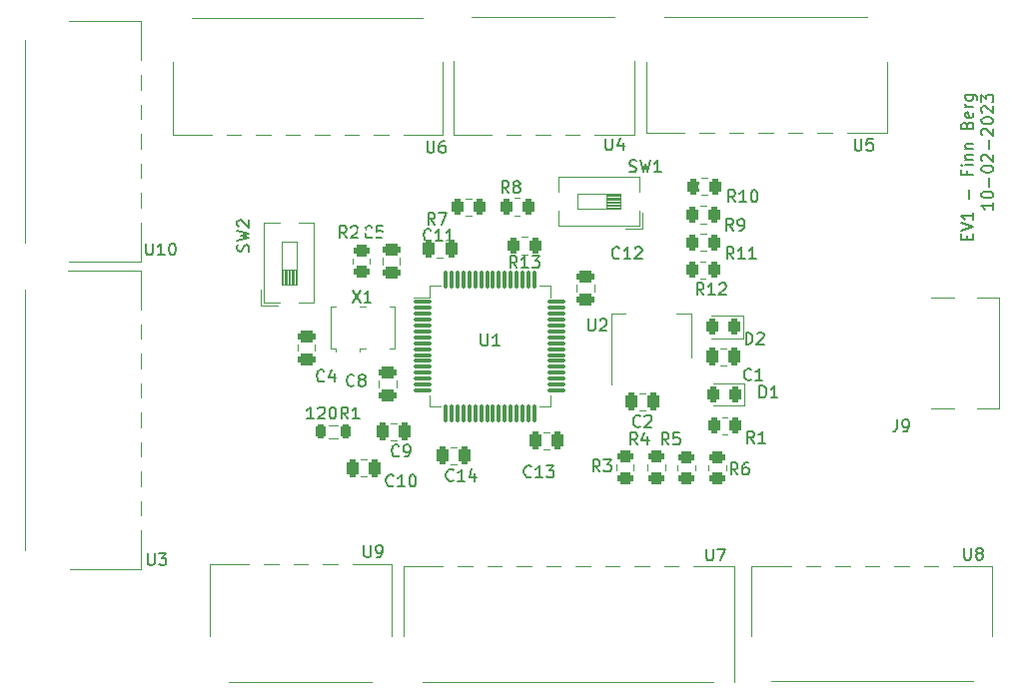
<source format=gbr>
%TF.GenerationSoftware,KiCad,Pcbnew,(6.0.11)*%
%TF.CreationDate,2023-02-10T10:35:54-08:00*%
%TF.ProjectId,EV1,4556312e-6b69-4636-9164-5f7063625858,rev?*%
%TF.SameCoordinates,Original*%
%TF.FileFunction,Legend,Top*%
%TF.FilePolarity,Positive*%
%FSLAX46Y46*%
G04 Gerber Fmt 4.6, Leading zero omitted, Abs format (unit mm)*
G04 Created by KiCad (PCBNEW (6.0.11)) date 2023-02-10 10:35:54*
%MOMM*%
%LPD*%
G01*
G04 APERTURE LIST*
G04 Aperture macros list*
%AMRoundRect*
0 Rectangle with rounded corners*
0 $1 Rounding radius*
0 $2 $3 $4 $5 $6 $7 $8 $9 X,Y pos of 4 corners*
0 Add a 4 corners polygon primitive as box body*
4,1,4,$2,$3,$4,$5,$6,$7,$8,$9,$2,$3,0*
0 Add four circle primitives for the rounded corners*
1,1,$1+$1,$2,$3*
1,1,$1+$1,$4,$5*
1,1,$1+$1,$6,$7*
1,1,$1+$1,$8,$9*
0 Add four rect primitives between the rounded corners*
20,1,$1+$1,$2,$3,$4,$5,0*
20,1,$1+$1,$4,$5,$6,$7,0*
20,1,$1+$1,$6,$7,$8,$9,0*
20,1,$1+$1,$8,$9,$2,$3,0*%
G04 Aperture macros list end*
%ADD10C,0.150000*%
%ADD11C,0.120000*%
%ADD12R,4.500000X1.300000*%
%ADD13R,3.900000X1.800000*%
%ADD14R,1.300000X4.500000*%
%ADD15R,1.800000X3.900000*%
%ADD16RoundRect,0.250000X0.250000X0.475000X-0.250000X0.475000X-0.250000X-0.475000X0.250000X-0.475000X0*%
%ADD17RoundRect,0.250000X-0.262500X-0.450000X0.262500X-0.450000X0.262500X0.450000X-0.262500X0.450000X0*%
%ADD18RoundRect,0.250000X0.475000X-0.250000X0.475000X0.250000X-0.475000X0.250000X-0.475000X-0.250000X0*%
%ADD19R,1.500000X2.000000*%
%ADD20R,3.800000X2.000000*%
%ADD21RoundRect,0.243750X0.243750X0.456250X-0.243750X0.456250X-0.243750X-0.456250X0.243750X-0.456250X0*%
%ADD22RoundRect,0.250000X-0.250000X-0.475000X0.250000X-0.475000X0.250000X0.475000X-0.250000X0.475000X0*%
%ADD23R,1.120000X2.160000*%
%ADD24RoundRect,0.250000X0.450000X-0.262500X0.450000X0.262500X-0.450000X0.262500X-0.450000X-0.262500X0*%
%ADD25RoundRect,0.250000X0.262500X0.450000X-0.262500X0.450000X-0.262500X-0.450000X0.262500X-0.450000X0*%
%ADD26C,0.650000*%
%ADD27R,1.450000X0.600000*%
%ADD28R,1.450000X0.300000*%
%ADD29O,1.600000X1.000000*%
%ADD30O,2.100000X1.000000*%
%ADD31R,2.160000X1.120000*%
%ADD32RoundRect,0.218750X-0.218750X-0.381250X0.218750X-0.381250X0.218750X0.381250X-0.218750X0.381250X0*%
%ADD33RoundRect,0.075000X-0.700000X-0.075000X0.700000X-0.075000X0.700000X0.075000X-0.700000X0.075000X0*%
%ADD34RoundRect,0.075000X-0.075000X-0.700000X0.075000X-0.700000X0.075000X0.700000X-0.075000X0.700000X0*%
%ADD35RoundRect,0.250000X-0.475000X0.250000X-0.475000X-0.250000X0.475000X-0.250000X0.475000X0.250000X0*%
%ADD36R,4.495400X1.295400*%
%ADD37R,3.800000X1.800000*%
%ADD38R,1.600000X1.500000*%
%ADD39C,0.700000*%
%ADD40C,0.800000*%
G04 APERTURE END LIST*
D10*
X196872380Y-79625714D02*
X196872380Y-80197142D01*
X196872380Y-79911428D02*
X195872380Y-79911428D01*
X196015238Y-80006666D01*
X196110476Y-80101904D01*
X196158095Y-80197142D01*
X195872380Y-79006666D02*
X195872380Y-78911428D01*
X195920000Y-78816190D01*
X195967619Y-78768571D01*
X196062857Y-78720952D01*
X196253333Y-78673333D01*
X196491428Y-78673333D01*
X196681904Y-78720952D01*
X196777142Y-78768571D01*
X196824761Y-78816190D01*
X196872380Y-78911428D01*
X196872380Y-79006666D01*
X196824761Y-79101904D01*
X196777142Y-79149523D01*
X196681904Y-79197142D01*
X196491428Y-79244761D01*
X196253333Y-79244761D01*
X196062857Y-79197142D01*
X195967619Y-79149523D01*
X195920000Y-79101904D01*
X195872380Y-79006666D01*
X196491428Y-78244761D02*
X196491428Y-77482857D01*
X195872380Y-76816190D02*
X195872380Y-76720952D01*
X195920000Y-76625714D01*
X195967619Y-76578095D01*
X196062857Y-76530476D01*
X196253333Y-76482857D01*
X196491428Y-76482857D01*
X196681904Y-76530476D01*
X196777142Y-76578095D01*
X196824761Y-76625714D01*
X196872380Y-76720952D01*
X196872380Y-76816190D01*
X196824761Y-76911428D01*
X196777142Y-76959047D01*
X196681904Y-77006666D01*
X196491428Y-77054285D01*
X196253333Y-77054285D01*
X196062857Y-77006666D01*
X195967619Y-76959047D01*
X195920000Y-76911428D01*
X195872380Y-76816190D01*
X195967619Y-76101904D02*
X195920000Y-76054285D01*
X195872380Y-75959047D01*
X195872380Y-75720952D01*
X195920000Y-75625714D01*
X195967619Y-75578095D01*
X196062857Y-75530476D01*
X196158095Y-75530476D01*
X196300952Y-75578095D01*
X196872380Y-76149523D01*
X196872380Y-75530476D01*
X196491428Y-75101904D02*
X196491428Y-74340000D01*
X195967619Y-73911428D02*
X195920000Y-73863809D01*
X195872380Y-73768571D01*
X195872380Y-73530476D01*
X195920000Y-73435238D01*
X195967619Y-73387619D01*
X196062857Y-73340000D01*
X196158095Y-73340000D01*
X196300952Y-73387619D01*
X196872380Y-73959047D01*
X196872380Y-73340000D01*
X195872380Y-72720952D02*
X195872380Y-72625714D01*
X195920000Y-72530476D01*
X195967619Y-72482857D01*
X196062857Y-72435238D01*
X196253333Y-72387619D01*
X196491428Y-72387619D01*
X196681904Y-72435238D01*
X196777142Y-72482857D01*
X196824761Y-72530476D01*
X196872380Y-72625714D01*
X196872380Y-72720952D01*
X196824761Y-72816190D01*
X196777142Y-72863809D01*
X196681904Y-72911428D01*
X196491428Y-72959047D01*
X196253333Y-72959047D01*
X196062857Y-72911428D01*
X195967619Y-72863809D01*
X195920000Y-72816190D01*
X195872380Y-72720952D01*
X195967619Y-72006666D02*
X195920000Y-71959047D01*
X195872380Y-71863809D01*
X195872380Y-71625714D01*
X195920000Y-71530476D01*
X195967619Y-71482857D01*
X196062857Y-71435238D01*
X196158095Y-71435238D01*
X196300952Y-71482857D01*
X196872380Y-72054285D01*
X196872380Y-71435238D01*
X195872380Y-71101904D02*
X195872380Y-70482857D01*
X196253333Y-70816190D01*
X196253333Y-70673333D01*
X196300952Y-70578095D01*
X196348571Y-70530476D01*
X196443809Y-70482857D01*
X196681904Y-70482857D01*
X196777142Y-70530476D01*
X196824761Y-70578095D01*
X196872380Y-70673333D01*
X196872380Y-70959047D01*
X196824761Y-71054285D01*
X196777142Y-71101904D01*
X194658571Y-82773809D02*
X194658571Y-82440476D01*
X195182380Y-82297619D02*
X195182380Y-82773809D01*
X194182380Y-82773809D01*
X194182380Y-82297619D01*
X194182380Y-82011904D02*
X195182380Y-81678571D01*
X194182380Y-81345238D01*
X195182380Y-80488095D02*
X195182380Y-81059523D01*
X195182380Y-80773809D02*
X194182380Y-80773809D01*
X194325238Y-80869047D01*
X194420476Y-80964285D01*
X194468095Y-81059523D01*
X194801428Y-79297619D02*
X194801428Y-78535714D01*
X194658571Y-76964285D02*
X194658571Y-77297619D01*
X195182380Y-77297619D02*
X194182380Y-77297619D01*
X194182380Y-76821428D01*
X195182380Y-76440476D02*
X194515714Y-76440476D01*
X194182380Y-76440476D02*
X194230000Y-76488095D01*
X194277619Y-76440476D01*
X194230000Y-76392857D01*
X194182380Y-76440476D01*
X194277619Y-76440476D01*
X194515714Y-75964285D02*
X195182380Y-75964285D01*
X194610952Y-75964285D02*
X194563333Y-75916666D01*
X194515714Y-75821428D01*
X194515714Y-75678571D01*
X194563333Y-75583333D01*
X194658571Y-75535714D01*
X195182380Y-75535714D01*
X194515714Y-75059523D02*
X195182380Y-75059523D01*
X194610952Y-75059523D02*
X194563333Y-75011904D01*
X194515714Y-74916666D01*
X194515714Y-74773809D01*
X194563333Y-74678571D01*
X194658571Y-74630952D01*
X195182380Y-74630952D01*
X194658571Y-73059523D02*
X194706190Y-72916666D01*
X194753809Y-72869047D01*
X194849047Y-72821428D01*
X194991904Y-72821428D01*
X195087142Y-72869047D01*
X195134761Y-72916666D01*
X195182380Y-73011904D01*
X195182380Y-73392857D01*
X194182380Y-73392857D01*
X194182380Y-73059523D01*
X194230000Y-72964285D01*
X194277619Y-72916666D01*
X194372857Y-72869047D01*
X194468095Y-72869047D01*
X194563333Y-72916666D01*
X194610952Y-72964285D01*
X194658571Y-73059523D01*
X194658571Y-73392857D01*
X195134761Y-72011904D02*
X195182380Y-72107142D01*
X195182380Y-72297619D01*
X195134761Y-72392857D01*
X195039523Y-72440476D01*
X194658571Y-72440476D01*
X194563333Y-72392857D01*
X194515714Y-72297619D01*
X194515714Y-72107142D01*
X194563333Y-72011904D01*
X194658571Y-71964285D01*
X194753809Y-71964285D01*
X194849047Y-72440476D01*
X195182380Y-71535714D02*
X194515714Y-71535714D01*
X194706190Y-71535714D02*
X194610952Y-71488095D01*
X194563333Y-71440476D01*
X194515714Y-71345238D01*
X194515714Y-71250000D01*
X194515714Y-70488095D02*
X195325238Y-70488095D01*
X195420476Y-70535714D01*
X195468095Y-70583333D01*
X195515714Y-70678571D01*
X195515714Y-70821428D01*
X195468095Y-70916666D01*
X195134761Y-70488095D02*
X195182380Y-70583333D01*
X195182380Y-70773809D01*
X195134761Y-70869047D01*
X195087142Y-70916666D01*
X194991904Y-70964285D01*
X194706190Y-70964285D01*
X194610952Y-70916666D01*
X194563333Y-70869047D01*
X194515714Y-70773809D01*
X194515714Y-70583333D01*
X194563333Y-70488095D01*
%TO.C,U10*%
X125081904Y-83062380D02*
X125081904Y-83871904D01*
X125129523Y-83967142D01*
X125177142Y-84014761D01*
X125272380Y-84062380D01*
X125462857Y-84062380D01*
X125558095Y-84014761D01*
X125605714Y-83967142D01*
X125653333Y-83871904D01*
X125653333Y-83062380D01*
X126653333Y-84062380D02*
X126081904Y-84062380D01*
X126367619Y-84062380D02*
X126367619Y-83062380D01*
X126272380Y-83205238D01*
X126177142Y-83300476D01*
X126081904Y-83348095D01*
X127272380Y-83062380D02*
X127367619Y-83062380D01*
X127462857Y-83110000D01*
X127510476Y-83157619D01*
X127558095Y-83252857D01*
X127605714Y-83443333D01*
X127605714Y-83681428D01*
X127558095Y-83871904D01*
X127510476Y-83967142D01*
X127462857Y-84014761D01*
X127367619Y-84062380D01*
X127272380Y-84062380D01*
X127177142Y-84014761D01*
X127129523Y-83967142D01*
X127081904Y-83871904D01*
X127034285Y-83681428D01*
X127034285Y-83443333D01*
X127081904Y-83252857D01*
X127129523Y-83157619D01*
X127177142Y-83110000D01*
X127272380Y-83062380D01*
%TO.C,U6*%
X148908095Y-74392380D02*
X148908095Y-75201904D01*
X148955714Y-75297142D01*
X149003333Y-75344761D01*
X149098571Y-75392380D01*
X149289047Y-75392380D01*
X149384285Y-75344761D01*
X149431904Y-75297142D01*
X149479523Y-75201904D01*
X149479523Y-74392380D01*
X150384285Y-74392380D02*
X150193809Y-74392380D01*
X150098571Y-74440000D01*
X150050952Y-74487619D01*
X149955714Y-74630476D01*
X149908095Y-74820952D01*
X149908095Y-75201904D01*
X149955714Y-75297142D01*
X150003333Y-75344761D01*
X150098571Y-75392380D01*
X150289047Y-75392380D01*
X150384285Y-75344761D01*
X150431904Y-75297142D01*
X150479523Y-75201904D01*
X150479523Y-74963809D01*
X150431904Y-74868571D01*
X150384285Y-74820952D01*
X150289047Y-74773333D01*
X150098571Y-74773333D01*
X150003333Y-74820952D01*
X149955714Y-74868571D01*
X149908095Y-74963809D01*
%TO.C,U7*%
X172578095Y-108972380D02*
X172578095Y-109781904D01*
X172625714Y-109877142D01*
X172673333Y-109924761D01*
X172768571Y-109972380D01*
X172959047Y-109972380D01*
X173054285Y-109924761D01*
X173101904Y-109877142D01*
X173149523Y-109781904D01*
X173149523Y-108972380D01*
X173530476Y-108972380D02*
X174197142Y-108972380D01*
X173768571Y-109972380D01*
%TO.C,C14*%
X151122142Y-103129142D02*
X151074523Y-103176761D01*
X150931666Y-103224380D01*
X150836428Y-103224380D01*
X150693571Y-103176761D01*
X150598333Y-103081523D01*
X150550714Y-102986285D01*
X150503095Y-102795809D01*
X150503095Y-102652952D01*
X150550714Y-102462476D01*
X150598333Y-102367238D01*
X150693571Y-102272000D01*
X150836428Y-102224380D01*
X150931666Y-102224380D01*
X151074523Y-102272000D01*
X151122142Y-102319619D01*
X152074523Y-103224380D02*
X151503095Y-103224380D01*
X151788809Y-103224380D02*
X151788809Y-102224380D01*
X151693571Y-102367238D01*
X151598333Y-102462476D01*
X151503095Y-102510095D01*
X152931666Y-102557714D02*
X152931666Y-103224380D01*
X152693571Y-102176761D02*
X152455476Y-102891047D01*
X153074523Y-102891047D01*
%TO.C,R1*%
X176617333Y-100020380D02*
X176284000Y-99544190D01*
X176045904Y-100020380D02*
X176045904Y-99020380D01*
X176426857Y-99020380D01*
X176522095Y-99068000D01*
X176569714Y-99115619D01*
X176617333Y-99210857D01*
X176617333Y-99353714D01*
X176569714Y-99448952D01*
X176522095Y-99496571D01*
X176426857Y-99544190D01*
X176045904Y-99544190D01*
X177569714Y-100020380D02*
X176998285Y-100020380D01*
X177284000Y-100020380D02*
X177284000Y-99020380D01*
X177188761Y-99163238D01*
X177093523Y-99258476D01*
X176998285Y-99306095D01*
%TO.C,R11*%
X174871142Y-84399380D02*
X174537809Y-83923190D01*
X174299714Y-84399380D02*
X174299714Y-83399380D01*
X174680666Y-83399380D01*
X174775904Y-83447000D01*
X174823523Y-83494619D01*
X174871142Y-83589857D01*
X174871142Y-83732714D01*
X174823523Y-83827952D01*
X174775904Y-83875571D01*
X174680666Y-83923190D01*
X174299714Y-83923190D01*
X175823523Y-84399380D02*
X175252095Y-84399380D01*
X175537809Y-84399380D02*
X175537809Y-83399380D01*
X175442571Y-83542238D01*
X175347333Y-83637476D01*
X175252095Y-83685095D01*
X176775904Y-84399380D02*
X176204476Y-84399380D01*
X176490190Y-84399380D02*
X176490190Y-83399380D01*
X176394952Y-83542238D01*
X176299714Y-83637476D01*
X176204476Y-83685095D01*
%TO.C,C12*%
X165197142Y-84297142D02*
X165149523Y-84344761D01*
X165006666Y-84392380D01*
X164911428Y-84392380D01*
X164768571Y-84344761D01*
X164673333Y-84249523D01*
X164625714Y-84154285D01*
X164578095Y-83963809D01*
X164578095Y-83820952D01*
X164625714Y-83630476D01*
X164673333Y-83535238D01*
X164768571Y-83440000D01*
X164911428Y-83392380D01*
X165006666Y-83392380D01*
X165149523Y-83440000D01*
X165197142Y-83487619D01*
X166149523Y-84392380D02*
X165578095Y-84392380D01*
X165863809Y-84392380D02*
X165863809Y-83392380D01*
X165768571Y-83535238D01*
X165673333Y-83630476D01*
X165578095Y-83678095D01*
X166530476Y-83487619D02*
X166578095Y-83440000D01*
X166673333Y-83392380D01*
X166911428Y-83392380D01*
X167006666Y-83440000D01*
X167054285Y-83487619D01*
X167101904Y-83582857D01*
X167101904Y-83678095D01*
X167054285Y-83820952D01*
X166482857Y-84392380D01*
X167101904Y-84392380D01*
%TO.C,U2*%
X162560095Y-89495380D02*
X162560095Y-90304904D01*
X162607714Y-90400142D01*
X162655333Y-90447761D01*
X162750571Y-90495380D01*
X162941047Y-90495380D01*
X163036285Y-90447761D01*
X163083904Y-90400142D01*
X163131523Y-90304904D01*
X163131523Y-89495380D01*
X163560095Y-89590619D02*
X163607714Y-89543000D01*
X163702952Y-89495380D01*
X163941047Y-89495380D01*
X164036285Y-89543000D01*
X164083904Y-89590619D01*
X164131523Y-89685857D01*
X164131523Y-89781095D01*
X164083904Y-89923952D01*
X163512476Y-90495380D01*
X164131523Y-90495380D01*
%TO.C,D2*%
X175918904Y-91638380D02*
X175918904Y-90638380D01*
X176157000Y-90638380D01*
X176299857Y-90686000D01*
X176395095Y-90781238D01*
X176442714Y-90876476D01*
X176490333Y-91066952D01*
X176490333Y-91209809D01*
X176442714Y-91400285D01*
X176395095Y-91495523D01*
X176299857Y-91590761D01*
X176157000Y-91638380D01*
X175918904Y-91638380D01*
X176871285Y-90733619D02*
X176918904Y-90686000D01*
X177014142Y-90638380D01*
X177252238Y-90638380D01*
X177347476Y-90686000D01*
X177395095Y-90733619D01*
X177442714Y-90828857D01*
X177442714Y-90924095D01*
X177395095Y-91066952D01*
X176823666Y-91638380D01*
X177442714Y-91638380D01*
%TO.C,U4*%
X164028095Y-74182380D02*
X164028095Y-74991904D01*
X164075714Y-75087142D01*
X164123333Y-75134761D01*
X164218571Y-75182380D01*
X164409047Y-75182380D01*
X164504285Y-75134761D01*
X164551904Y-75087142D01*
X164599523Y-74991904D01*
X164599523Y-74182380D01*
X165504285Y-74515714D02*
X165504285Y-75182380D01*
X165266190Y-74134761D02*
X165028095Y-74849047D01*
X165647142Y-74849047D01*
%TO.C,C10*%
X146042142Y-103608142D02*
X145994523Y-103655761D01*
X145851666Y-103703380D01*
X145756428Y-103703380D01*
X145613571Y-103655761D01*
X145518333Y-103560523D01*
X145470714Y-103465285D01*
X145423095Y-103274809D01*
X145423095Y-103131952D01*
X145470714Y-102941476D01*
X145518333Y-102846238D01*
X145613571Y-102751000D01*
X145756428Y-102703380D01*
X145851666Y-102703380D01*
X145994523Y-102751000D01*
X146042142Y-102798619D01*
X146994523Y-103703380D02*
X146423095Y-103703380D01*
X146708809Y-103703380D02*
X146708809Y-102703380D01*
X146613571Y-102846238D01*
X146518333Y-102941476D01*
X146423095Y-102989095D01*
X147613571Y-102703380D02*
X147708809Y-102703380D01*
X147804047Y-102751000D01*
X147851666Y-102798619D01*
X147899285Y-102893857D01*
X147946904Y-103084333D01*
X147946904Y-103322428D01*
X147899285Y-103512904D01*
X147851666Y-103608142D01*
X147804047Y-103655761D01*
X147708809Y-103703380D01*
X147613571Y-103703380D01*
X147518333Y-103655761D01*
X147470714Y-103608142D01*
X147423095Y-103512904D01*
X147375476Y-103322428D01*
X147375476Y-103084333D01*
X147423095Y-102893857D01*
X147470714Y-102798619D01*
X147518333Y-102751000D01*
X147613571Y-102703380D01*
%TO.C,SW2*%
X133754761Y-83756333D02*
X133802380Y-83613476D01*
X133802380Y-83375380D01*
X133754761Y-83280142D01*
X133707142Y-83232523D01*
X133611904Y-83184904D01*
X133516666Y-83184904D01*
X133421428Y-83232523D01*
X133373809Y-83280142D01*
X133326190Y-83375380D01*
X133278571Y-83565857D01*
X133230952Y-83661095D01*
X133183333Y-83708714D01*
X133088095Y-83756333D01*
X132992857Y-83756333D01*
X132897619Y-83708714D01*
X132850000Y-83661095D01*
X132802380Y-83565857D01*
X132802380Y-83327761D01*
X132850000Y-83184904D01*
X132802380Y-82851571D02*
X133802380Y-82613476D01*
X133088095Y-82423000D01*
X133802380Y-82232523D01*
X132802380Y-81994428D01*
X132897619Y-81661095D02*
X132850000Y-81613476D01*
X132802380Y-81518238D01*
X132802380Y-81280142D01*
X132850000Y-81184904D01*
X132897619Y-81137285D01*
X132992857Y-81089666D01*
X133088095Y-81089666D01*
X133230952Y-81137285D01*
X133802380Y-81708714D01*
X133802380Y-81089666D01*
%TO.C,R10*%
X174998142Y-79573380D02*
X174664809Y-79097190D01*
X174426714Y-79573380D02*
X174426714Y-78573380D01*
X174807666Y-78573380D01*
X174902904Y-78621000D01*
X174950523Y-78668619D01*
X174998142Y-78763857D01*
X174998142Y-78906714D01*
X174950523Y-79001952D01*
X174902904Y-79049571D01*
X174807666Y-79097190D01*
X174426714Y-79097190D01*
X175950523Y-79573380D02*
X175379095Y-79573380D01*
X175664809Y-79573380D02*
X175664809Y-78573380D01*
X175569571Y-78716238D01*
X175474333Y-78811476D01*
X175379095Y-78859095D01*
X176569571Y-78573380D02*
X176664809Y-78573380D01*
X176760047Y-78621000D01*
X176807666Y-78668619D01*
X176855285Y-78763857D01*
X176902904Y-78954333D01*
X176902904Y-79192428D01*
X176855285Y-79382904D01*
X176807666Y-79478142D01*
X176760047Y-79525761D01*
X176664809Y-79573380D01*
X176569571Y-79573380D01*
X176474333Y-79525761D01*
X176426714Y-79478142D01*
X176379095Y-79382904D01*
X176331476Y-79192428D01*
X176331476Y-78954333D01*
X176379095Y-78763857D01*
X176426714Y-78668619D01*
X176474333Y-78621000D01*
X176569571Y-78573380D01*
%TO.C,R5*%
X169378333Y-100147380D02*
X169045000Y-99671190D01*
X168806904Y-100147380D02*
X168806904Y-99147380D01*
X169187857Y-99147380D01*
X169283095Y-99195000D01*
X169330714Y-99242619D01*
X169378333Y-99337857D01*
X169378333Y-99480714D01*
X169330714Y-99575952D01*
X169283095Y-99623571D01*
X169187857Y-99671190D01*
X168806904Y-99671190D01*
X170283095Y-99147380D02*
X169806904Y-99147380D01*
X169759285Y-99623571D01*
X169806904Y-99575952D01*
X169902142Y-99528333D01*
X170140238Y-99528333D01*
X170235476Y-99575952D01*
X170283095Y-99623571D01*
X170330714Y-99718809D01*
X170330714Y-99956904D01*
X170283095Y-100052142D01*
X170235476Y-100099761D01*
X170140238Y-100147380D01*
X169902142Y-100147380D01*
X169806904Y-100099761D01*
X169759285Y-100052142D01*
%TO.C,R8*%
X155823333Y-78802380D02*
X155490000Y-78326190D01*
X155251904Y-78802380D02*
X155251904Y-77802380D01*
X155632857Y-77802380D01*
X155728095Y-77850000D01*
X155775714Y-77897619D01*
X155823333Y-77992857D01*
X155823333Y-78135714D01*
X155775714Y-78230952D01*
X155728095Y-78278571D01*
X155632857Y-78326190D01*
X155251904Y-78326190D01*
X156394761Y-78230952D02*
X156299523Y-78183333D01*
X156251904Y-78135714D01*
X156204285Y-78040476D01*
X156204285Y-77992857D01*
X156251904Y-77897619D01*
X156299523Y-77850000D01*
X156394761Y-77802380D01*
X156585238Y-77802380D01*
X156680476Y-77850000D01*
X156728095Y-77897619D01*
X156775714Y-77992857D01*
X156775714Y-78040476D01*
X156728095Y-78135714D01*
X156680476Y-78183333D01*
X156585238Y-78230952D01*
X156394761Y-78230952D01*
X156299523Y-78278571D01*
X156251904Y-78326190D01*
X156204285Y-78421428D01*
X156204285Y-78611904D01*
X156251904Y-78707142D01*
X156299523Y-78754761D01*
X156394761Y-78802380D01*
X156585238Y-78802380D01*
X156680476Y-78754761D01*
X156728095Y-78707142D01*
X156775714Y-78611904D01*
X156775714Y-78421428D01*
X156728095Y-78326190D01*
X156680476Y-78278571D01*
X156585238Y-78230952D01*
%TO.C,R6*%
X175220333Y-102687380D02*
X174887000Y-102211190D01*
X174648904Y-102687380D02*
X174648904Y-101687380D01*
X175029857Y-101687380D01*
X175125095Y-101735000D01*
X175172714Y-101782619D01*
X175220333Y-101877857D01*
X175220333Y-102020714D01*
X175172714Y-102115952D01*
X175125095Y-102163571D01*
X175029857Y-102211190D01*
X174648904Y-102211190D01*
X176077476Y-101687380D02*
X175887000Y-101687380D01*
X175791761Y-101735000D01*
X175744142Y-101782619D01*
X175648904Y-101925476D01*
X175601285Y-102115952D01*
X175601285Y-102496904D01*
X175648904Y-102592142D01*
X175696523Y-102639761D01*
X175791761Y-102687380D01*
X175982238Y-102687380D01*
X176077476Y-102639761D01*
X176125095Y-102592142D01*
X176172714Y-102496904D01*
X176172714Y-102258809D01*
X176125095Y-102163571D01*
X176077476Y-102115952D01*
X175982238Y-102068333D01*
X175791761Y-102068333D01*
X175696523Y-102115952D01*
X175648904Y-102163571D01*
X175601285Y-102258809D01*
%TO.C,R13*%
X156517142Y-85161380D02*
X156183809Y-84685190D01*
X155945714Y-85161380D02*
X155945714Y-84161380D01*
X156326666Y-84161380D01*
X156421904Y-84209000D01*
X156469523Y-84256619D01*
X156517142Y-84351857D01*
X156517142Y-84494714D01*
X156469523Y-84589952D01*
X156421904Y-84637571D01*
X156326666Y-84685190D01*
X155945714Y-84685190D01*
X157469523Y-85161380D02*
X156898095Y-85161380D01*
X157183809Y-85161380D02*
X157183809Y-84161380D01*
X157088571Y-84304238D01*
X156993333Y-84399476D01*
X156898095Y-84447095D01*
X157802857Y-84161380D02*
X158421904Y-84161380D01*
X158088571Y-84542333D01*
X158231428Y-84542333D01*
X158326666Y-84589952D01*
X158374285Y-84637571D01*
X158421904Y-84732809D01*
X158421904Y-84970904D01*
X158374285Y-85066142D01*
X158326666Y-85113761D01*
X158231428Y-85161380D01*
X157945714Y-85161380D01*
X157850476Y-85113761D01*
X157802857Y-85066142D01*
%TO.C,J9*%
X188736666Y-98032380D02*
X188736666Y-98746666D01*
X188689047Y-98889523D01*
X188593809Y-98984761D01*
X188450952Y-99032380D01*
X188355714Y-99032380D01*
X189260476Y-99032380D02*
X189450952Y-99032380D01*
X189546190Y-98984761D01*
X189593809Y-98937142D01*
X189689047Y-98794285D01*
X189736666Y-98603809D01*
X189736666Y-98222857D01*
X189689047Y-98127619D01*
X189641428Y-98080000D01*
X189546190Y-98032380D01*
X189355714Y-98032380D01*
X189260476Y-98080000D01*
X189212857Y-98127619D01*
X189165238Y-98222857D01*
X189165238Y-98460952D01*
X189212857Y-98556190D01*
X189260476Y-98603809D01*
X189355714Y-98651428D01*
X189546190Y-98651428D01*
X189641428Y-98603809D01*
X189689047Y-98556190D01*
X189736666Y-98460952D01*
%TO.C,D1*%
X177081904Y-96162380D02*
X177081904Y-95162380D01*
X177320000Y-95162380D01*
X177462857Y-95210000D01*
X177558095Y-95305238D01*
X177605714Y-95400476D01*
X177653333Y-95590952D01*
X177653333Y-95733809D01*
X177605714Y-95924285D01*
X177558095Y-96019523D01*
X177462857Y-96114761D01*
X177320000Y-96162380D01*
X177081904Y-96162380D01*
X178605714Y-96162380D02*
X178034285Y-96162380D01*
X178320000Y-96162380D02*
X178320000Y-95162380D01*
X178224761Y-95305238D01*
X178129523Y-95400476D01*
X178034285Y-95448095D01*
%TO.C,SW1*%
X166052666Y-76985761D02*
X166195523Y-77033380D01*
X166433619Y-77033380D01*
X166528857Y-76985761D01*
X166576476Y-76938142D01*
X166624095Y-76842904D01*
X166624095Y-76747666D01*
X166576476Y-76652428D01*
X166528857Y-76604809D01*
X166433619Y-76557190D01*
X166243142Y-76509571D01*
X166147904Y-76461952D01*
X166100285Y-76414333D01*
X166052666Y-76319095D01*
X166052666Y-76223857D01*
X166100285Y-76128619D01*
X166147904Y-76081000D01*
X166243142Y-76033380D01*
X166481238Y-76033380D01*
X166624095Y-76081000D01*
X166957428Y-76033380D02*
X167195523Y-77033380D01*
X167386000Y-76319095D01*
X167576476Y-77033380D01*
X167814571Y-76033380D01*
X168719333Y-77033380D02*
X168147904Y-77033380D01*
X168433619Y-77033380D02*
X168433619Y-76033380D01*
X168338380Y-76176238D01*
X168243142Y-76271476D01*
X168147904Y-76319095D01*
%TO.C,C11*%
X149217142Y-82780142D02*
X149169523Y-82827761D01*
X149026666Y-82875380D01*
X148931428Y-82875380D01*
X148788571Y-82827761D01*
X148693333Y-82732523D01*
X148645714Y-82637285D01*
X148598095Y-82446809D01*
X148598095Y-82303952D01*
X148645714Y-82113476D01*
X148693333Y-82018238D01*
X148788571Y-81923000D01*
X148931428Y-81875380D01*
X149026666Y-81875380D01*
X149169523Y-81923000D01*
X149217142Y-81970619D01*
X150169523Y-82875380D02*
X149598095Y-82875380D01*
X149883809Y-82875380D02*
X149883809Y-81875380D01*
X149788571Y-82018238D01*
X149693333Y-82113476D01*
X149598095Y-82161095D01*
X151121904Y-82875380D02*
X150550476Y-82875380D01*
X150836190Y-82875380D02*
X150836190Y-81875380D01*
X150740952Y-82018238D01*
X150645714Y-82113476D01*
X150550476Y-82161095D01*
%TO.C,120R1*%
X139287142Y-97962380D02*
X138715714Y-97962380D01*
X139001428Y-97962380D02*
X139001428Y-96962380D01*
X138906190Y-97105238D01*
X138810952Y-97200476D01*
X138715714Y-97248095D01*
X139668095Y-97057619D02*
X139715714Y-97010000D01*
X139810952Y-96962380D01*
X140049047Y-96962380D01*
X140144285Y-97010000D01*
X140191904Y-97057619D01*
X140239523Y-97152857D01*
X140239523Y-97248095D01*
X140191904Y-97390952D01*
X139620476Y-97962380D01*
X140239523Y-97962380D01*
X140858571Y-96962380D02*
X140953809Y-96962380D01*
X141049047Y-97010000D01*
X141096666Y-97057619D01*
X141144285Y-97152857D01*
X141191904Y-97343333D01*
X141191904Y-97581428D01*
X141144285Y-97771904D01*
X141096666Y-97867142D01*
X141049047Y-97914761D01*
X140953809Y-97962380D01*
X140858571Y-97962380D01*
X140763333Y-97914761D01*
X140715714Y-97867142D01*
X140668095Y-97771904D01*
X140620476Y-97581428D01*
X140620476Y-97343333D01*
X140668095Y-97152857D01*
X140715714Y-97057619D01*
X140763333Y-97010000D01*
X140858571Y-96962380D01*
X142191904Y-97962380D02*
X141858571Y-97486190D01*
X141620476Y-97962380D02*
X141620476Y-96962380D01*
X142001428Y-96962380D01*
X142096666Y-97010000D01*
X142144285Y-97057619D01*
X142191904Y-97152857D01*
X142191904Y-97295714D01*
X142144285Y-97390952D01*
X142096666Y-97438571D01*
X142001428Y-97486190D01*
X141620476Y-97486190D01*
X143144285Y-97962380D02*
X142572857Y-97962380D01*
X142858571Y-97962380D02*
X142858571Y-96962380D01*
X142763333Y-97105238D01*
X142668095Y-97200476D01*
X142572857Y-97248095D01*
%TO.C,R7*%
X149566333Y-81478380D02*
X149233000Y-81002190D01*
X148994904Y-81478380D02*
X148994904Y-80478380D01*
X149375857Y-80478380D01*
X149471095Y-80526000D01*
X149518714Y-80573619D01*
X149566333Y-80668857D01*
X149566333Y-80811714D01*
X149518714Y-80906952D01*
X149471095Y-80954571D01*
X149375857Y-81002190D01*
X148994904Y-81002190D01*
X149899666Y-80478380D02*
X150566333Y-80478380D01*
X150137761Y-81478380D01*
%TO.C,C13*%
X157727142Y-102827142D02*
X157679523Y-102874761D01*
X157536666Y-102922380D01*
X157441428Y-102922380D01*
X157298571Y-102874761D01*
X157203333Y-102779523D01*
X157155714Y-102684285D01*
X157108095Y-102493809D01*
X157108095Y-102350952D01*
X157155714Y-102160476D01*
X157203333Y-102065238D01*
X157298571Y-101970000D01*
X157441428Y-101922380D01*
X157536666Y-101922380D01*
X157679523Y-101970000D01*
X157727142Y-102017619D01*
X158679523Y-102922380D02*
X158108095Y-102922380D01*
X158393809Y-102922380D02*
X158393809Y-101922380D01*
X158298571Y-102065238D01*
X158203333Y-102160476D01*
X158108095Y-102208095D01*
X159012857Y-101922380D02*
X159631904Y-101922380D01*
X159298571Y-102303333D01*
X159441428Y-102303333D01*
X159536666Y-102350952D01*
X159584285Y-102398571D01*
X159631904Y-102493809D01*
X159631904Y-102731904D01*
X159584285Y-102827142D01*
X159536666Y-102874761D01*
X159441428Y-102922380D01*
X159155714Y-102922380D01*
X159060476Y-102874761D01*
X159012857Y-102827142D01*
%TO.C,R2*%
X142073333Y-82621380D02*
X141740000Y-82145190D01*
X141501904Y-82621380D02*
X141501904Y-81621380D01*
X141882857Y-81621380D01*
X141978095Y-81669000D01*
X142025714Y-81716619D01*
X142073333Y-81811857D01*
X142073333Y-81954714D01*
X142025714Y-82049952D01*
X141978095Y-82097571D01*
X141882857Y-82145190D01*
X141501904Y-82145190D01*
X142454285Y-81716619D02*
X142501904Y-81669000D01*
X142597142Y-81621380D01*
X142835238Y-81621380D01*
X142930476Y-81669000D01*
X142978095Y-81716619D01*
X143025714Y-81811857D01*
X143025714Y-81907095D01*
X142978095Y-82049952D01*
X142406666Y-82621380D01*
X143025714Y-82621380D01*
%TO.C,U9*%
X143548095Y-108692380D02*
X143548095Y-109501904D01*
X143595714Y-109597142D01*
X143643333Y-109644761D01*
X143738571Y-109692380D01*
X143929047Y-109692380D01*
X144024285Y-109644761D01*
X144071904Y-109597142D01*
X144119523Y-109501904D01*
X144119523Y-108692380D01*
X144643333Y-109692380D02*
X144833809Y-109692380D01*
X144929047Y-109644761D01*
X144976666Y-109597142D01*
X145071904Y-109454285D01*
X145119523Y-109263809D01*
X145119523Y-108882857D01*
X145071904Y-108787619D01*
X145024285Y-108740000D01*
X144929047Y-108692380D01*
X144738571Y-108692380D01*
X144643333Y-108740000D01*
X144595714Y-108787619D01*
X144548095Y-108882857D01*
X144548095Y-109120952D01*
X144595714Y-109216190D01*
X144643333Y-109263809D01*
X144738571Y-109311428D01*
X144929047Y-109311428D01*
X145024285Y-109263809D01*
X145071904Y-109216190D01*
X145119523Y-109120952D01*
%TO.C,U1*%
X153466895Y-90765380D02*
X153466895Y-91574904D01*
X153514514Y-91670142D01*
X153562133Y-91717761D01*
X153657371Y-91765380D01*
X153847847Y-91765380D01*
X153943085Y-91717761D01*
X153990704Y-91670142D01*
X154038323Y-91574904D01*
X154038323Y-90765380D01*
X155038323Y-91765380D02*
X154466895Y-91765380D01*
X154752609Y-91765380D02*
X154752609Y-90765380D01*
X154657371Y-90908238D01*
X154562133Y-91003476D01*
X154466895Y-91051095D01*
%TO.C,C4*%
X140168333Y-94718142D02*
X140120714Y-94765761D01*
X139977857Y-94813380D01*
X139882619Y-94813380D01*
X139739761Y-94765761D01*
X139644523Y-94670523D01*
X139596904Y-94575285D01*
X139549285Y-94384809D01*
X139549285Y-94241952D01*
X139596904Y-94051476D01*
X139644523Y-93956238D01*
X139739761Y-93861000D01*
X139882619Y-93813380D01*
X139977857Y-93813380D01*
X140120714Y-93861000D01*
X140168333Y-93908619D01*
X141025476Y-94146714D02*
X141025476Y-94813380D01*
X140787380Y-93765761D02*
X140549285Y-94480047D01*
X141168333Y-94480047D01*
%TO.C,R9*%
X174839333Y-81986380D02*
X174506000Y-81510190D01*
X174267904Y-81986380D02*
X174267904Y-80986380D01*
X174648857Y-80986380D01*
X174744095Y-81034000D01*
X174791714Y-81081619D01*
X174839333Y-81176857D01*
X174839333Y-81319714D01*
X174791714Y-81414952D01*
X174744095Y-81462571D01*
X174648857Y-81510190D01*
X174267904Y-81510190D01*
X175315523Y-81986380D02*
X175506000Y-81986380D01*
X175601238Y-81938761D01*
X175648857Y-81891142D01*
X175744095Y-81748285D01*
X175791714Y-81557809D01*
X175791714Y-81176857D01*
X175744095Y-81081619D01*
X175696476Y-81034000D01*
X175601238Y-80986380D01*
X175410761Y-80986380D01*
X175315523Y-81034000D01*
X175267904Y-81081619D01*
X175220285Y-81176857D01*
X175220285Y-81414952D01*
X175267904Y-81510190D01*
X175315523Y-81557809D01*
X175410761Y-81605428D01*
X175601238Y-81605428D01*
X175696476Y-81557809D01*
X175744095Y-81510190D01*
X175791714Y-81414952D01*
%TO.C,U3*%
X125218095Y-109362380D02*
X125218095Y-110171904D01*
X125265714Y-110267142D01*
X125313333Y-110314761D01*
X125408571Y-110362380D01*
X125599047Y-110362380D01*
X125694285Y-110314761D01*
X125741904Y-110267142D01*
X125789523Y-110171904D01*
X125789523Y-109362380D01*
X126170476Y-109362380D02*
X126789523Y-109362380D01*
X126456190Y-109743333D01*
X126599047Y-109743333D01*
X126694285Y-109790952D01*
X126741904Y-109838571D01*
X126789523Y-109933809D01*
X126789523Y-110171904D01*
X126741904Y-110267142D01*
X126694285Y-110314761D01*
X126599047Y-110362380D01*
X126313333Y-110362380D01*
X126218095Y-110314761D01*
X126170476Y-110267142D01*
%TO.C,R4*%
X166711333Y-100147380D02*
X166378000Y-99671190D01*
X166139904Y-100147380D02*
X166139904Y-99147380D01*
X166520857Y-99147380D01*
X166616095Y-99195000D01*
X166663714Y-99242619D01*
X166711333Y-99337857D01*
X166711333Y-99480714D01*
X166663714Y-99575952D01*
X166616095Y-99623571D01*
X166520857Y-99671190D01*
X166139904Y-99671190D01*
X167568476Y-99480714D02*
X167568476Y-100147380D01*
X167330380Y-99099761D02*
X167092285Y-99814047D01*
X167711333Y-99814047D01*
%TO.C,C9*%
X146518333Y-101068142D02*
X146470714Y-101115761D01*
X146327857Y-101163380D01*
X146232619Y-101163380D01*
X146089761Y-101115761D01*
X145994523Y-101020523D01*
X145946904Y-100925285D01*
X145899285Y-100734809D01*
X145899285Y-100591952D01*
X145946904Y-100401476D01*
X145994523Y-100306238D01*
X146089761Y-100211000D01*
X146232619Y-100163380D01*
X146327857Y-100163380D01*
X146470714Y-100211000D01*
X146518333Y-100258619D01*
X146994523Y-101163380D02*
X147185000Y-101163380D01*
X147280238Y-101115761D01*
X147327857Y-101068142D01*
X147423095Y-100925285D01*
X147470714Y-100734809D01*
X147470714Y-100353857D01*
X147423095Y-100258619D01*
X147375476Y-100211000D01*
X147280238Y-100163380D01*
X147089761Y-100163380D01*
X146994523Y-100211000D01*
X146946904Y-100258619D01*
X146899285Y-100353857D01*
X146899285Y-100591952D01*
X146946904Y-100687190D01*
X146994523Y-100734809D01*
X147089761Y-100782428D01*
X147280238Y-100782428D01*
X147375476Y-100734809D01*
X147423095Y-100687190D01*
X147470714Y-100591952D01*
%TO.C,C5*%
X144232333Y-82526142D02*
X144184714Y-82573761D01*
X144041857Y-82621380D01*
X143946619Y-82621380D01*
X143803761Y-82573761D01*
X143708523Y-82478523D01*
X143660904Y-82383285D01*
X143613285Y-82192809D01*
X143613285Y-82049952D01*
X143660904Y-81859476D01*
X143708523Y-81764238D01*
X143803761Y-81669000D01*
X143946619Y-81621380D01*
X144041857Y-81621380D01*
X144184714Y-81669000D01*
X144232333Y-81716619D01*
X145137095Y-81621380D02*
X144660904Y-81621380D01*
X144613285Y-82097571D01*
X144660904Y-82049952D01*
X144756142Y-82002333D01*
X144994238Y-82002333D01*
X145089476Y-82049952D01*
X145137095Y-82097571D01*
X145184714Y-82192809D01*
X145184714Y-82430904D01*
X145137095Y-82526142D01*
X145089476Y-82573761D01*
X144994238Y-82621380D01*
X144756142Y-82621380D01*
X144660904Y-82573761D01*
X144613285Y-82526142D01*
%TO.C,R12*%
X172331142Y-87447380D02*
X171997809Y-86971190D01*
X171759714Y-87447380D02*
X171759714Y-86447380D01*
X172140666Y-86447380D01*
X172235904Y-86495000D01*
X172283523Y-86542619D01*
X172331142Y-86637857D01*
X172331142Y-86780714D01*
X172283523Y-86875952D01*
X172235904Y-86923571D01*
X172140666Y-86971190D01*
X171759714Y-86971190D01*
X173283523Y-87447380D02*
X172712095Y-87447380D01*
X172997809Y-87447380D02*
X172997809Y-86447380D01*
X172902571Y-86590238D01*
X172807333Y-86685476D01*
X172712095Y-86733095D01*
X173664476Y-86542619D02*
X173712095Y-86495000D01*
X173807333Y-86447380D01*
X174045428Y-86447380D01*
X174140666Y-86495000D01*
X174188285Y-86542619D01*
X174235904Y-86637857D01*
X174235904Y-86733095D01*
X174188285Y-86875952D01*
X173616857Y-87447380D01*
X174235904Y-87447380D01*
%TO.C,C1*%
X176363333Y-94591142D02*
X176315714Y-94638761D01*
X176172857Y-94686380D01*
X176077619Y-94686380D01*
X175934761Y-94638761D01*
X175839523Y-94543523D01*
X175791904Y-94448285D01*
X175744285Y-94257809D01*
X175744285Y-94114952D01*
X175791904Y-93924476D01*
X175839523Y-93829238D01*
X175934761Y-93734000D01*
X176077619Y-93686380D01*
X176172857Y-93686380D01*
X176315714Y-93734000D01*
X176363333Y-93781619D01*
X177315714Y-94686380D02*
X176744285Y-94686380D01*
X177030000Y-94686380D02*
X177030000Y-93686380D01*
X176934761Y-93829238D01*
X176839523Y-93924476D01*
X176744285Y-93972095D01*
%TO.C,C8*%
X142708333Y-95099142D02*
X142660714Y-95146761D01*
X142517857Y-95194380D01*
X142422619Y-95194380D01*
X142279761Y-95146761D01*
X142184523Y-95051523D01*
X142136904Y-94956285D01*
X142089285Y-94765809D01*
X142089285Y-94622952D01*
X142136904Y-94432476D01*
X142184523Y-94337238D01*
X142279761Y-94242000D01*
X142422619Y-94194380D01*
X142517857Y-94194380D01*
X142660714Y-94242000D01*
X142708333Y-94289619D01*
X143279761Y-94622952D02*
X143184523Y-94575333D01*
X143136904Y-94527714D01*
X143089285Y-94432476D01*
X143089285Y-94384857D01*
X143136904Y-94289619D01*
X143184523Y-94242000D01*
X143279761Y-94194380D01*
X143470238Y-94194380D01*
X143565476Y-94242000D01*
X143613095Y-94289619D01*
X143660714Y-94384857D01*
X143660714Y-94432476D01*
X143613095Y-94527714D01*
X143565476Y-94575333D01*
X143470238Y-94622952D01*
X143279761Y-94622952D01*
X143184523Y-94670571D01*
X143136904Y-94718190D01*
X143089285Y-94813428D01*
X143089285Y-95003904D01*
X143136904Y-95099142D01*
X143184523Y-95146761D01*
X143279761Y-95194380D01*
X143470238Y-95194380D01*
X143565476Y-95146761D01*
X143613095Y-95099142D01*
X143660714Y-95003904D01*
X143660714Y-94813428D01*
X143613095Y-94718190D01*
X143565476Y-94670571D01*
X143470238Y-94622952D01*
%TO.C,U5*%
X185138095Y-74212380D02*
X185138095Y-75021904D01*
X185185714Y-75117142D01*
X185233333Y-75164761D01*
X185328571Y-75212380D01*
X185519047Y-75212380D01*
X185614285Y-75164761D01*
X185661904Y-75117142D01*
X185709523Y-75021904D01*
X185709523Y-74212380D01*
X186661904Y-74212380D02*
X186185714Y-74212380D01*
X186138095Y-74688571D01*
X186185714Y-74640952D01*
X186280952Y-74593333D01*
X186519047Y-74593333D01*
X186614285Y-74640952D01*
X186661904Y-74688571D01*
X186709523Y-74783809D01*
X186709523Y-75021904D01*
X186661904Y-75117142D01*
X186614285Y-75164761D01*
X186519047Y-75212380D01*
X186280952Y-75212380D01*
X186185714Y-75164761D01*
X186138095Y-75117142D01*
%TO.C,C2*%
X166965333Y-98557142D02*
X166917714Y-98604761D01*
X166774857Y-98652380D01*
X166679619Y-98652380D01*
X166536761Y-98604761D01*
X166441523Y-98509523D01*
X166393904Y-98414285D01*
X166346285Y-98223809D01*
X166346285Y-98080952D01*
X166393904Y-97890476D01*
X166441523Y-97795238D01*
X166536761Y-97700000D01*
X166679619Y-97652380D01*
X166774857Y-97652380D01*
X166917714Y-97700000D01*
X166965333Y-97747619D01*
X167346285Y-97747619D02*
X167393904Y-97700000D01*
X167489142Y-97652380D01*
X167727238Y-97652380D01*
X167822476Y-97700000D01*
X167870095Y-97747619D01*
X167917714Y-97842857D01*
X167917714Y-97938095D01*
X167870095Y-98080952D01*
X167298666Y-98652380D01*
X167917714Y-98652380D01*
%TO.C,R3*%
X163536333Y-102433380D02*
X163203000Y-101957190D01*
X162964904Y-102433380D02*
X162964904Y-101433380D01*
X163345857Y-101433380D01*
X163441095Y-101481000D01*
X163488714Y-101528619D01*
X163536333Y-101623857D01*
X163536333Y-101766714D01*
X163488714Y-101861952D01*
X163441095Y-101909571D01*
X163345857Y-101957190D01*
X162964904Y-101957190D01*
X163869666Y-101433380D02*
X164488714Y-101433380D01*
X164155380Y-101814333D01*
X164298238Y-101814333D01*
X164393476Y-101861952D01*
X164441095Y-101909571D01*
X164488714Y-102004809D01*
X164488714Y-102242904D01*
X164441095Y-102338142D01*
X164393476Y-102385761D01*
X164298238Y-102433380D01*
X164012523Y-102433380D01*
X163917285Y-102385761D01*
X163869666Y-102338142D01*
%TO.C,U8*%
X194418095Y-108902380D02*
X194418095Y-109711904D01*
X194465714Y-109807142D01*
X194513333Y-109854761D01*
X194608571Y-109902380D01*
X194799047Y-109902380D01*
X194894285Y-109854761D01*
X194941904Y-109807142D01*
X194989523Y-109711904D01*
X194989523Y-108902380D01*
X195608571Y-109330952D02*
X195513333Y-109283333D01*
X195465714Y-109235714D01*
X195418095Y-109140476D01*
X195418095Y-109092857D01*
X195465714Y-108997619D01*
X195513333Y-108950000D01*
X195608571Y-108902380D01*
X195799047Y-108902380D01*
X195894285Y-108950000D01*
X195941904Y-108997619D01*
X195989523Y-109092857D01*
X195989523Y-109140476D01*
X195941904Y-109235714D01*
X195894285Y-109283333D01*
X195799047Y-109330952D01*
X195608571Y-109330952D01*
X195513333Y-109378571D01*
X195465714Y-109426190D01*
X195418095Y-109521428D01*
X195418095Y-109711904D01*
X195465714Y-109807142D01*
X195513333Y-109854761D01*
X195608571Y-109902380D01*
X195799047Y-109902380D01*
X195894285Y-109854761D01*
X195941904Y-109807142D01*
X195989523Y-109711904D01*
X195989523Y-109521428D01*
X195941904Y-109426190D01*
X195894285Y-109378571D01*
X195799047Y-109330952D01*
%TO.C,X1*%
X142573476Y-87082380D02*
X143240142Y-88082380D01*
X143240142Y-87082380D02*
X142573476Y-88082380D01*
X144144904Y-88082380D02*
X143573476Y-88082380D01*
X143859190Y-88082380D02*
X143859190Y-87082380D01*
X143763952Y-87225238D01*
X143668714Y-87320476D01*
X143573476Y-87368095D01*
D11*
%TO.C,U10*%
X114830000Y-64210000D02*
X124630000Y-64210000D01*
X124630000Y-64210000D02*
X124630000Y-84610000D01*
X124630000Y-84610000D02*
X114830000Y-84610000D01*
X114830000Y-84610000D02*
X114830000Y-64210000D01*
%TO.C,U6*%
X150190000Y-63950000D02*
X127390000Y-63950000D01*
X127390000Y-63950000D02*
X127390000Y-73850000D01*
X127390000Y-73850000D02*
X150190000Y-73850000D01*
X150190000Y-73850000D02*
X150190000Y-63950000D01*
%TO.C,U7*%
X146910000Y-120240000D02*
X174910000Y-120240000D01*
X174910000Y-120240000D02*
X174910000Y-110440000D01*
X174910000Y-110440000D02*
X146910000Y-110440000D01*
X146910000Y-110440000D02*
X146910000Y-120240000D01*
%TO.C,C14*%
X151391252Y-100357000D02*
X150868748Y-100357000D01*
X151391252Y-101827000D02*
X150868748Y-101827000D01*
%TO.C,R1*%
X173889936Y-97817000D02*
X174344064Y-97817000D01*
X173889936Y-99287000D02*
X174344064Y-99287000D01*
%TO.C,R11*%
X172082936Y-82265000D02*
X172537064Y-82265000D01*
X172082936Y-83735000D02*
X172537064Y-83735000D01*
%TO.C,C12*%
X161571000Y-87129252D02*
X161571000Y-86606748D01*
X163041000Y-87129252D02*
X163041000Y-86606748D01*
%TO.C,U2*%
X171304000Y-92782000D02*
X171304000Y-89022000D01*
X164484000Y-95032000D02*
X164484000Y-89022000D01*
X171304000Y-89022000D02*
X170044000Y-89022000D01*
X164484000Y-89022000D02*
X165744000Y-89022000D01*
%TO.C,D2*%
X175675000Y-91130000D02*
X175675000Y-89210000D01*
X175675000Y-89210000D02*
X172990000Y-89210000D01*
X172990000Y-91130000D02*
X175675000Y-91130000D01*
%TO.C,U4*%
X166500000Y-63900000D02*
X151100000Y-63900000D01*
X151100000Y-63900000D02*
X151100000Y-73900000D01*
X151100000Y-73900000D02*
X166500000Y-73900000D01*
X166500000Y-73900000D02*
X166500000Y-63900000D01*
%TO.C,C10*%
X143248748Y-101400000D02*
X143771252Y-101400000D01*
X143248748Y-102870000D02*
X143771252Y-102870000D01*
%TO.C,SW2*%
X135080000Y-88140000D02*
X135080000Y-81320000D01*
X136795000Y-86540000D02*
X136795000Y-85333333D01*
X137825000Y-86540000D02*
X137825000Y-82920000D01*
X136915000Y-86540000D02*
X136915000Y-85333333D01*
X137035000Y-86540000D02*
X137035000Y-85333333D01*
X135080000Y-88140000D02*
X136390000Y-88140000D01*
X137515000Y-86540000D02*
X137515000Y-85333333D01*
X134840000Y-88380000D02*
X136223000Y-88380000D01*
X137155000Y-86540000D02*
X137155000Y-85333333D01*
X137275000Y-86540000D02*
X137275000Y-85333333D01*
X137990000Y-81320000D02*
X139300000Y-81320000D01*
X139300000Y-88140000D02*
X139300000Y-81320000D01*
X137755000Y-86540000D02*
X137755000Y-85333333D01*
X137990000Y-88140000D02*
X139300000Y-88140000D01*
X136675000Y-86540000D02*
X136675000Y-85333333D01*
X135080000Y-81320000D02*
X136390000Y-81320000D01*
X134840000Y-88380000D02*
X134840000Y-86997000D01*
X136555000Y-82920000D02*
X136555000Y-86540000D01*
X136555000Y-86540000D02*
X137825000Y-86540000D01*
X137395000Y-86540000D02*
X137395000Y-85333333D01*
X137825000Y-82920000D02*
X136555000Y-82920000D01*
X136555000Y-85333333D02*
X137825000Y-85333333D01*
X137635000Y-86540000D02*
X137635000Y-85333333D01*
%TO.C,R10*%
X172172936Y-77505000D02*
X172627064Y-77505000D01*
X172172936Y-78975000D02*
X172627064Y-78975000D01*
%TO.C,R5*%
X170145000Y-102327064D02*
X170145000Y-101872936D01*
X171615000Y-102327064D02*
X171615000Y-101872936D01*
%TO.C,R8*%
X156767064Y-79225000D02*
X156312936Y-79225000D01*
X156767064Y-80695000D02*
X156312936Y-80695000D01*
%TO.C,R6*%
X172755000Y-102357064D02*
X172755000Y-101902936D01*
X174225000Y-102357064D02*
X174225000Y-101902936D01*
%TO.C,R13*%
X157387064Y-83995000D02*
X156932936Y-83995000D01*
X157387064Y-82525000D02*
X156932936Y-82525000D01*
%TO.C,J9*%
X197390000Y-97060000D02*
X197390000Y-87660000D01*
X191590000Y-87660000D02*
X193590000Y-87660000D01*
X195490000Y-87660000D02*
X197390000Y-87660000D01*
X191590000Y-97060000D02*
X193590000Y-97060000D01*
X195490000Y-97060000D02*
X197390000Y-97060000D01*
%TO.C,D1*%
X173117000Y-96845000D02*
X175802000Y-96845000D01*
X175802000Y-96845000D02*
X175802000Y-94925000D01*
X175802000Y-94925000D02*
X173117000Y-94925000D01*
%TO.C,SW1*%
X165270000Y-79655000D02*
X164063333Y-79655000D01*
X167110000Y-81850000D02*
X165727000Y-81850000D01*
X166870000Y-81610000D02*
X160050000Y-81610000D01*
X160050000Y-78700000D02*
X160050000Y-77390000D01*
X165270000Y-79055000D02*
X164063333Y-79055000D01*
X165270000Y-79415000D02*
X164063333Y-79415000D01*
X165270000Y-79775000D02*
X164063333Y-79775000D01*
X165270000Y-79535000D02*
X164063333Y-79535000D01*
X165270000Y-80135000D02*
X165270000Y-78865000D01*
X165270000Y-79175000D02*
X164063333Y-79175000D01*
X160050000Y-81610000D02*
X160050000Y-80300000D01*
X165270000Y-80015000D02*
X164063333Y-80015000D01*
X167110000Y-81850000D02*
X167110000Y-80467000D01*
X166870000Y-78700000D02*
X166870000Y-77390000D01*
X165270000Y-79295000D02*
X164063333Y-79295000D01*
X161650000Y-80135000D02*
X165270000Y-80135000D01*
X165270000Y-79895000D02*
X164063333Y-79895000D01*
X161650000Y-78865000D02*
X161650000Y-80135000D01*
X165270000Y-78935000D02*
X164063333Y-78935000D01*
X166870000Y-77390000D02*
X160050000Y-77390000D01*
X165270000Y-78865000D02*
X161650000Y-78865000D01*
X166870000Y-81610000D02*
X166870000Y-80300000D01*
X164063333Y-80135000D02*
X164063333Y-78865000D01*
%TO.C,C11*%
X149725748Y-82831000D02*
X150248252Y-82831000D01*
X149725748Y-84301000D02*
X150248252Y-84301000D01*
%TO.C,120R1*%
X140530378Y-98500000D02*
X141329622Y-98500000D01*
X140530378Y-99620000D02*
X141329622Y-99620000D01*
%TO.C,R7*%
X152172936Y-79275000D02*
X152627064Y-79275000D01*
X152172936Y-80745000D02*
X152627064Y-80745000D01*
%TO.C,C13*%
X158742748Y-99087000D02*
X159265252Y-99087000D01*
X158742748Y-100557000D02*
X159265252Y-100557000D01*
%TO.C,R2*%
X144065000Y-84817064D02*
X144065000Y-84362936D01*
X142595000Y-84817064D02*
X142595000Y-84362936D01*
%TO.C,U9*%
X130460000Y-120240000D02*
X145860000Y-120240000D01*
X145860000Y-120240000D02*
X145860000Y-110240000D01*
X145860000Y-110240000D02*
X130460000Y-110240000D01*
X130460000Y-110240000D02*
X130460000Y-120240000D01*
%TO.C,U1*%
X150068800Y-86685600D02*
X149118800Y-86685600D01*
X159338800Y-86685600D02*
X159338800Y-87635600D01*
X150068800Y-96905600D02*
X149118800Y-96905600D01*
X159338800Y-96905600D02*
X159338800Y-95955600D01*
X149118800Y-86685600D02*
X149118800Y-87635600D01*
X158388800Y-86685600D02*
X159338800Y-86685600D01*
X149118800Y-96905600D02*
X149118800Y-95955600D01*
X158388800Y-96905600D02*
X159338800Y-96905600D01*
X149118800Y-87635600D02*
X147778800Y-87635600D01*
%TO.C,C4*%
X139395000Y-91678748D02*
X139395000Y-92201252D01*
X137925000Y-91678748D02*
X137925000Y-92201252D01*
%TO.C,R9*%
X172092936Y-81385000D02*
X172547064Y-81385000D01*
X172092936Y-79915000D02*
X172547064Y-79915000D01*
%TO.C,U3*%
X114861150Y-85430000D02*
X124661150Y-85430000D01*
X124661150Y-85430000D02*
X124661150Y-110730000D01*
X124661150Y-110730000D02*
X114861150Y-110730000D01*
X114861150Y-110730000D02*
X114861150Y-85430000D01*
%TO.C,R4*%
X167595000Y-102287064D02*
X167595000Y-101832936D01*
X169065000Y-102287064D02*
X169065000Y-101832936D01*
%TO.C,C9*%
X145788748Y-99795000D02*
X146311252Y-99795000D01*
X145788748Y-98325000D02*
X146311252Y-98325000D01*
%TO.C,C5*%
X145135000Y-84328748D02*
X145135000Y-84851252D01*
X146605000Y-84328748D02*
X146605000Y-84851252D01*
%TO.C,R12*%
X172062936Y-84609000D02*
X172517064Y-84609000D01*
X172062936Y-86079000D02*
X172517064Y-86079000D01*
%TO.C,C1*%
X174251252Y-93445000D02*
X173728748Y-93445000D01*
X174251252Y-91975000D02*
X173728748Y-91975000D01*
%TO.C,C8*%
X144807000Y-94734748D02*
X144807000Y-95257252D01*
X146277000Y-94734748D02*
X146277000Y-95257252D01*
%TO.C,U5*%
X187900000Y-63910000D02*
X167500000Y-63910000D01*
X167500000Y-63910000D02*
X167500000Y-73710000D01*
X167500000Y-73710000D02*
X187900000Y-73710000D01*
X187900000Y-73710000D02*
X187900000Y-63910000D01*
%TO.C,C2*%
X167393252Y-95785000D02*
X166870748Y-95785000D01*
X167393252Y-97255000D02*
X166870748Y-97255000D01*
%TO.C,R3*%
X164945000Y-102287064D02*
X164945000Y-101832936D01*
X166415000Y-102287064D02*
X166415000Y-101832936D01*
%TO.C,U8*%
X176410000Y-120210000D02*
X196810000Y-120210000D01*
X196810000Y-120210000D02*
X196810000Y-110410000D01*
X196810000Y-110410000D02*
X176410000Y-110410000D01*
X176410000Y-110410000D02*
X176410000Y-120210000D01*
%TO.C,X1*%
X143700000Y-92000000D02*
X143160000Y-92000000D01*
X143160000Y-88400000D02*
X143700000Y-88400000D01*
X140730000Y-92000000D02*
X140730000Y-88400000D01*
X145700000Y-88400000D02*
X146130000Y-88400000D01*
X141160000Y-92250000D02*
X141160000Y-92000000D01*
X146130000Y-92000000D02*
X145700000Y-92000000D01*
X140730000Y-88400000D02*
X141160000Y-88400000D01*
X141160000Y-92000000D02*
X140730000Y-92000000D01*
X146130000Y-88400000D02*
X146130000Y-92000000D01*
X143160000Y-92000000D02*
X143160000Y-92250000D01*
%TD*%
%LPC*%
D12*
%TO.C,U10*%
X123430000Y-68210000D03*
X123430000Y-70710000D03*
X123430000Y-73210000D03*
X123430000Y-75710000D03*
X123430000Y-78210000D03*
X123430000Y-80710000D03*
D13*
X116630000Y-65010000D03*
X116630000Y-83910000D03*
%TD*%
D14*
%TO.C,U6*%
X146290000Y-72550000D03*
X143790000Y-72550000D03*
X141290000Y-72550000D03*
X138790000Y-72550000D03*
X136290000Y-72550000D03*
X133790000Y-72550000D03*
X131290000Y-72550000D03*
D15*
X149490000Y-65750000D03*
X128090000Y-65750000D03*
%TD*%
%TO.C,U7*%
X174110000Y-118440000D03*
X147710000Y-118440000D03*
D14*
X170910000Y-111640000D03*
X168410000Y-111640000D03*
X165910000Y-111640000D03*
X163410000Y-111640000D03*
X160910000Y-111640000D03*
X158410000Y-111640000D03*
X155910000Y-111640000D03*
X153410000Y-111640000D03*
X150910000Y-111640000D03*
%TD*%
D16*
%TO.C,C14*%
X152080000Y-101092000D03*
X150180000Y-101092000D03*
%TD*%
D17*
%TO.C,R1*%
X173204500Y-98552000D03*
X175029500Y-98552000D03*
%TD*%
%TO.C,R11*%
X171397500Y-83000000D03*
X173222500Y-83000000D03*
%TD*%
D18*
%TO.C,C12*%
X162306000Y-87818000D03*
X162306000Y-85918000D03*
%TD*%
D19*
%TO.C,U2*%
X165594000Y-94082000D03*
X167894000Y-94082000D03*
D20*
X167894000Y-87782000D03*
D19*
X170194000Y-94082000D03*
%TD*%
D21*
%TO.C,D2*%
X174927500Y-90170000D03*
X173052500Y-90170000D03*
%TD*%
D14*
%TO.C,U4*%
X162500000Y-72500000D03*
X160000000Y-72500000D03*
X157500000Y-72500000D03*
X155000000Y-72500000D03*
D15*
X165700000Y-65700000D03*
X151800000Y-65700000D03*
%TD*%
D22*
%TO.C,C10*%
X142560000Y-102135000D03*
X144460000Y-102135000D03*
%TD*%
D23*
%TO.C,SW2*%
X137190000Y-88095000D03*
X137190000Y-81365000D03*
%TD*%
D17*
%TO.C,R10*%
X171487500Y-78240000D03*
X173312500Y-78240000D03*
%TD*%
D24*
%TO.C,R5*%
X170880000Y-103012500D03*
X170880000Y-101187500D03*
%TD*%
D25*
%TO.C,R8*%
X157452500Y-79960000D03*
X155627500Y-79960000D03*
%TD*%
D24*
%TO.C,R6*%
X173490000Y-103042500D03*
X173490000Y-101217500D03*
%TD*%
D25*
%TO.C,R13*%
X158072500Y-83260000D03*
X156247500Y-83260000D03*
%TD*%
D26*
%TO.C,J9*%
X190890000Y-89470000D03*
X190890000Y-95250000D03*
D27*
X189445000Y-95610000D03*
X189445000Y-94810000D03*
D28*
X189445000Y-93610000D03*
X189445000Y-92610000D03*
X189445000Y-92110000D03*
X189445000Y-91110000D03*
D27*
X189445000Y-89910000D03*
X189445000Y-89110000D03*
X189445000Y-89110000D03*
X189445000Y-89910000D03*
D28*
X189445000Y-90610000D03*
X189445000Y-91610000D03*
X189445000Y-93110000D03*
X189445000Y-94110000D03*
D27*
X189445000Y-94810000D03*
X189445000Y-95610000D03*
D29*
X194540000Y-96680000D03*
D30*
X190360000Y-88040000D03*
D29*
X194540000Y-88040000D03*
D30*
X190360000Y-96680000D03*
%TD*%
D21*
%TO.C,D1*%
X175054500Y-95885000D03*
X173179500Y-95885000D03*
%TD*%
D31*
%TO.C,SW1*%
X166825000Y-79500000D03*
X160095000Y-79500000D03*
%TD*%
D22*
%TO.C,C11*%
X149037000Y-83566000D03*
X150937000Y-83566000D03*
%TD*%
D32*
%TO.C,120R1*%
X139867500Y-99060000D03*
X141992500Y-99060000D03*
%TD*%
D17*
%TO.C,R7*%
X151487500Y-80010000D03*
X153312500Y-80010000D03*
%TD*%
D22*
%TO.C,C13*%
X158054000Y-99822000D03*
X159954000Y-99822000D03*
%TD*%
D24*
%TO.C,R2*%
X143330000Y-85502500D03*
X143330000Y-83677500D03*
%TD*%
D14*
%TO.C,U9*%
X134460000Y-111640000D03*
X136960000Y-111640000D03*
X139460000Y-111640000D03*
X141960000Y-111640000D03*
D15*
X131260000Y-118440000D03*
X145160000Y-118440000D03*
%TD*%
D33*
%TO.C,U1*%
X148553800Y-88045600D03*
X148553800Y-88545600D03*
X148553800Y-89045600D03*
X148553800Y-89545600D03*
X148553800Y-90045600D03*
X148553800Y-90545600D03*
X148553800Y-91045600D03*
X148553800Y-91545600D03*
X148553800Y-92045600D03*
X148553800Y-92545600D03*
X148553800Y-93045600D03*
X148553800Y-93545600D03*
X148553800Y-94045600D03*
X148553800Y-94545600D03*
X148553800Y-95045600D03*
X148553800Y-95545600D03*
D34*
X150478800Y-97470600D03*
X150978800Y-97470600D03*
X151478800Y-97470600D03*
X151978800Y-97470600D03*
X152478800Y-97470600D03*
X152978800Y-97470600D03*
X153478800Y-97470600D03*
X153978800Y-97470600D03*
X154478800Y-97470600D03*
X154978800Y-97470600D03*
X155478800Y-97470600D03*
X155978800Y-97470600D03*
X156478800Y-97470600D03*
X156978800Y-97470600D03*
X157478800Y-97470600D03*
X157978800Y-97470600D03*
D33*
X159903800Y-95545600D03*
X159903800Y-95045600D03*
X159903800Y-94545600D03*
X159903800Y-94045600D03*
X159903800Y-93545600D03*
X159903800Y-93045600D03*
X159903800Y-92545600D03*
X159903800Y-92045600D03*
X159903800Y-91545600D03*
X159903800Y-91045600D03*
X159903800Y-90545600D03*
X159903800Y-90045600D03*
X159903800Y-89545600D03*
X159903800Y-89045600D03*
X159903800Y-88545600D03*
X159903800Y-88045600D03*
D34*
X157978800Y-86120600D03*
X157478800Y-86120600D03*
X156978800Y-86120600D03*
X156478800Y-86120600D03*
X155978800Y-86120600D03*
X155478800Y-86120600D03*
X154978800Y-86120600D03*
X154478800Y-86120600D03*
X153978800Y-86120600D03*
X153478800Y-86120600D03*
X152978800Y-86120600D03*
X152478800Y-86120600D03*
X151978800Y-86120600D03*
X151478800Y-86120600D03*
X150978800Y-86120600D03*
X150478800Y-86120600D03*
%TD*%
D35*
%TO.C,C4*%
X138660000Y-90990000D03*
X138660000Y-92890000D03*
%TD*%
D17*
%TO.C,R9*%
X171407500Y-80650000D03*
X173232500Y-80650000D03*
%TD*%
D36*
%TO.C,U3*%
X123461150Y-89330000D03*
X123461150Y-91830000D03*
X123461150Y-94330000D03*
X123461150Y-96830000D03*
X123461150Y-99330000D03*
X123461150Y-101830000D03*
X123461150Y-104330000D03*
X123461150Y-106830000D03*
D37*
X116611150Y-86130000D03*
D13*
X116661150Y-110030000D03*
%TD*%
D24*
%TO.C,R4*%
X168330000Y-102972500D03*
X168330000Y-101147500D03*
%TD*%
D22*
%TO.C,C9*%
X145100000Y-99060000D03*
X147000000Y-99060000D03*
%TD*%
D35*
%TO.C,C5*%
X145870000Y-83640000D03*
X145870000Y-85540000D03*
%TD*%
D17*
%TO.C,R12*%
X171377500Y-85344000D03*
X173202500Y-85344000D03*
%TD*%
D16*
%TO.C,C1*%
X174940000Y-92710000D03*
X173040000Y-92710000D03*
%TD*%
D35*
%TO.C,C8*%
X145542000Y-94046000D03*
X145542000Y-95946000D03*
%TD*%
D14*
%TO.C,U5*%
X183900000Y-72510000D03*
X181400000Y-72510000D03*
X178900000Y-72510000D03*
X176400000Y-72510000D03*
X173900000Y-72510000D03*
X171400000Y-72510000D03*
D15*
X187100000Y-65710000D03*
X168200000Y-65710000D03*
%TD*%
D16*
%TO.C,C2*%
X168082000Y-96520000D03*
X166182000Y-96520000D03*
%TD*%
D24*
%TO.C,R3*%
X165680000Y-102972500D03*
X165680000Y-101147500D03*
%TD*%
D14*
%TO.C,U8*%
X180410000Y-111610000D03*
X182910000Y-111610000D03*
X185410000Y-111610000D03*
X187910000Y-111610000D03*
X190410000Y-111610000D03*
X192910000Y-111610000D03*
D15*
X177210000Y-118410000D03*
X196110000Y-118410000D03*
%TD*%
D38*
%TO.C,X1*%
X142160000Y-91300000D03*
X144700000Y-91300000D03*
X144700000Y-89100000D03*
X142160000Y-89100000D03*
%TD*%
D39*
X158242000Y-78613000D03*
X160274000Y-86995000D03*
X143383000Y-82042000D03*
X168591500Y-80899000D03*
X177800000Y-96901000D03*
X149501675Y-85575325D03*
X142113000Y-108077000D03*
X148717000Y-80010000D03*
X167894000Y-83947000D03*
X158115000Y-101473000D03*
X148690000Y-75920000D03*
X142113000Y-87757000D03*
X138303000Y-104775000D03*
X132080000Y-88265000D03*
X175768000Y-86360000D03*
X147955000Y-86233000D03*
X142113000Y-83820000D03*
X170434000Y-97028000D03*
X156055000Y-75415000D03*
X162814000Y-84201000D03*
X143383000Y-80010000D03*
X172310000Y-75246500D03*
X158242000Y-78613000D03*
X153035000Y-95758000D03*
X136017000Y-90297000D03*
X180949334Y-94009591D03*
X180975000Y-90297000D03*
X145542000Y-95095500D03*
D40*
X186740000Y-95680000D03*
D39*
X146812000Y-91313000D03*
X147066000Y-97854500D03*
X172250500Y-78250000D03*
X181410000Y-76130000D03*
X159893000Y-98298000D03*
X178820000Y-109260000D03*
D40*
X186700000Y-89150000D03*
X187820000Y-88030000D03*
D39*
X162330000Y-75740000D03*
X147193000Y-101981000D03*
X138684000Y-94107000D03*
X137160000Y-89789000D03*
X164973000Y-96266000D03*
X172339000Y-94361000D03*
X145415000Y-82423000D03*
X128905000Y-68961000D03*
X170053000Y-85344000D03*
D40*
X187790000Y-96420000D03*
D39*
X131729000Y-75341000D03*
X183896000Y-76200000D03*
X171831000Y-97663000D03*
X134620000Y-105537000D03*
X159639000Y-82804000D03*
X151406675Y-87480325D03*
X163830000Y-85979000D03*
X149987000Y-93599000D03*
X170950000Y-108580000D03*
X153797000Y-82550000D03*
X153797000Y-84201000D03*
X155956000Y-105283000D03*
X148336000Y-105283000D03*
X155702000Y-104013000D03*
X148336000Y-104267000D03*
X153416000Y-103378000D03*
X149606000Y-103378000D03*
X162179000Y-91313000D03*
X160782000Y-104648000D03*
X161925000Y-90424000D03*
X162560000Y-104394000D03*
X163893500Y-104457500D03*
X161861500Y-89471500D03*
X151892000Y-82550000D03*
X144510000Y-75420000D03*
X152400000Y-78359000D03*
X154432000Y-78613000D03*
X138810000Y-75590000D03*
X141224000Y-85852000D03*
X136360000Y-75400000D03*
X140081000Y-85852000D03*
X146939000Y-81280000D03*
X154813000Y-84201000D03*
X154855540Y-102129270D03*
X132842000Y-90678000D03*
X153289000Y-101219000D03*
X131953000Y-93218000D03*
X155575000Y-99187000D03*
X134239000Y-94361000D03*
X130556000Y-98171000D03*
X130556000Y-94361000D03*
X155194000Y-100203000D03*
X135001000Y-100711000D03*
X154051000Y-101727000D03*
X137795000Y-102362000D03*
X138303000Y-97155000D03*
X149797500Y-97917000D03*
X129286000Y-74803000D03*
X129286000Y-80264000D03*
X147955000Y-96520000D03*
X133477000Y-89408000D03*
D40*
X183200000Y-91880000D03*
X185690000Y-92760000D03*
D39*
X177038000Y-83058000D03*
X181991000Y-83058000D03*
D40*
X187850000Y-90659500D03*
M02*

</source>
